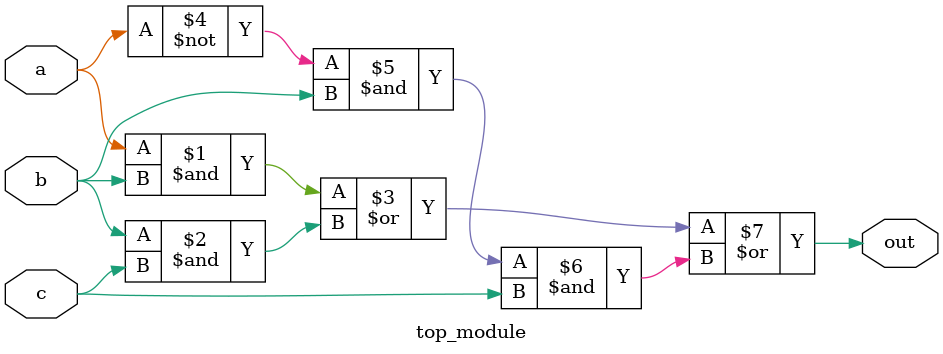
<source format=sv>
module top_module(
	input a, 
	input b,
	input c,
	output out
);
	// Implementation of the Karnaugh map
	assign out = (a & b) | (b & c) | (~a & b & c);
endmodule

</source>
